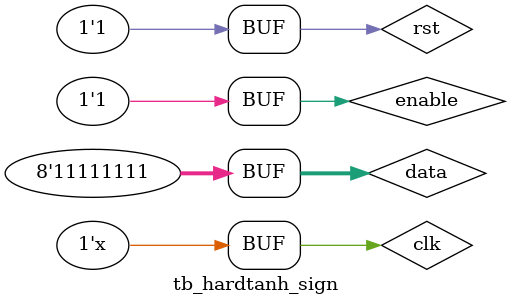
<source format=v>
`timescale 1ns / 1ps


module tb_hardtanh_sign(

    );
reg             clk;
reg             rst;
reg             enable;
reg     signed      [7:0]   data;
wire    signed      [7:0]   dataOut;
wire    rdy;

 
hardtanh_sign test1(
    .iClk(clk),
    .iRst(rst),
    
    //data
    .data(data),
    .dataOut(dataOut),    
    
    //control,
    .enable(enable),
    .rdy(rdy)
    );

    
initial
begin
    clk =  0;
    rst =  0;
    #1  rst =   1;
    #1  rst =   0;
    #1  rst =   1;
    enable  =   1;
#15 data=8'sb00000000;
#15 data=8'sb00000001;
#15 data=8'sb00000010;
#15 data=8'sb00000011;
#15 data=8'sb00000100;
#15 data=8'sb00000101;
#15 data=8'sb00000110;
#15 data=8'sb00000111;
#15 data=8'sb00001000;
#15 data=8'sb00001001;
#15 data=8'sb00001010;
#15 data=8'sb00001011;
#15 data=8'sb00001100;
#15 data=8'sb00001101;
#15 data=8'sb00001110;
#15 data=8'sb00001111;
#15 data=8'sb00010000;
#15 data=8'sb00010001;
#15 data=8'sb00010010;
#15 data=8'sb00010011;
#15 data=8'sb00010100;
#15 data=8'sb00010101;
#15 data=8'sb00010110;
#15 data=8'sb00010111;
#15 data=8'sb00011000;
#15 data=8'sb00011001;
#15 data=8'sb00011010;
#15 data=8'sb00011011;
#15 data=8'sb00011100;
#15 data=8'sb00011101;
#15 data=8'sb00011110;
#15 data=8'sb00011111;
#15 data=8'sb00100000;
#15 data=8'sb00100001;
#15 data=8'sb00100010;
#15 data=8'sb00100011;
#15 data=8'sb00100100;
#15 data=8'sb00100101;
#15 data=8'sb00100110;
#15 data=8'sb00100111;
#15 data=8'sb00101000;
#15 data=8'sb00101001;
#15 data=8'sb00101010;
#15 data=8'sb00101011;
#15 data=8'sb00101100;
#15 data=8'sb00101101;
#15 data=8'sb00101110;
#15 data=8'sb00101111;
#15 data=8'sb00110000;
#15 data=8'sb00110001;
#15 data=8'sb00110010;
#15 data=8'sb00110011;
#15 data=8'sb00110100;
#15 data=8'sb00110101;
#15 data=8'sb00110110;
#15 data=8'sb00110111;
#15 data=8'sb00111000;
#15 data=8'sb00111001;
#15 data=8'sb00111010;
#15 data=8'sb00111011;
#15 data=8'sb00111100;
#15 data=8'sb00111101;
#15 data=8'sb00111110;
#15 data=8'sb00111111;
#15 data=8'sb01000000;
#15 data=8'sb01000001;
#15 data=8'sb01000010;
#15 data=8'sb01000011;
#15 data=8'sb01000100;
#15 data=8'sb01000101;
#15 data=8'sb01000110;
#15 data=8'sb01000111;
#15 data=8'sb01001000;
#15 data=8'sb01001001;
#15 data=8'sb01001010;
#15 data=8'sb01001011;
#15 data=8'sb01001100;
#15 data=8'sb01001101;
#15 data=8'sb01001110;
#15 data=8'sb01001111;
#15 data=8'sb01010000;
#15 data=8'sb01010001;
#15 data=8'sb01010010;
#15 data=8'sb01010011;
#15 data=8'sb01010100;
#15 data=8'sb01010101;
#15 data=8'sb01010110;
#15 data=8'sb01010111;
#15 data=8'sb01011000;
#15 data=8'sb01011001;
#15 data=8'sb01011010;
#15 data=8'sb01011011;
#15 data=8'sb01011100;
#15 data=8'sb01011101;
#15 data=8'sb01011110;
#15 data=8'sb01011111;
#15 data=8'sb01100000;
#15 data=8'sb01100001;
#15 data=8'sb01100010;
#15 data=8'sb01100011;
#15 data=8'sb01100100;
#15 data=8'sb01100101;
#15 data=8'sb01100110;
#15 data=8'sb01100111;
#15 data=8'sb01101000;
#15 data=8'sb01101001;
#15 data=8'sb01101010;
#15 data=8'sb01101011;
#15 data=8'sb01101100;
#15 data=8'sb01101101;
#15 data=8'sb01101110;
#15 data=8'sb01101111;
#15 data=8'sb01110000;
#15 data=8'sb01110001;
#15 data=8'sb01110010;
#15 data=8'sb01110011;
#15 data=8'sb01110100;
#15 data=8'sb01110101;
#15 data=8'sb01110110;
#15 data=8'sb01110111;
#15 data=8'sb01111000;
#15 data=8'sb01111001;
#15 data=8'sb01111010;
#15 data=8'sb01111011;
#15 data=8'sb01111100;
#15 data=8'sb01111101;
#15 data=8'sb01111110;
#15 data=8'sb01111111;
#15 data=8'sb10000000;
#15 data=8'sb10000001;
#15 data=8'sb10000010;
#15 data=8'sb10000011;
#15 data=8'sb10000100;
#15 data=8'sb10000101;
#15 data=8'sb10000110;
#15 data=8'sb10000111;
#15 data=8'sb10001000;
#15 data=8'sb10001001;
#15 data=8'sb10001010;
#15 data=8'sb10001011;
#15 data=8'sb10001100;
#15 data=8'sb10001101;
#15 data=8'sb10001110;
#15 data=8'sb10001111;
#15 data=8'sb10010000;
#15 data=8'sb10010001;
#15 data=8'sb10010010;
#15 data=8'sb10010011;
#15 data=8'sb10010100;
#15 data=8'sb10010101;
#15 data=8'sb10010110;
#15 data=8'sb10010111;
#15 data=8'sb10011000;
#15 data=8'sb10011001;
#15 data=8'sb10011010;
#15 data=8'sb10011011;
#15 data=8'sb10011100;
#15 data=8'sb10011101;
#15 data=8'sb10011110;
#15 data=8'sb10011111;
#15 data=8'sb10100000;
#15 data=8'sb10100001;
#15 data=8'sb10100010;
#15 data=8'sb10100011;
#15 data=8'sb10100100;
#15 data=8'sb10100101;
#15 data=8'sb10100110;
#15 data=8'sb10100111;
#15 data=8'sb10101000;
#15 data=8'sb10101001;
#15 data=8'sb10101010;
#15 data=8'sb10101011;
#15 data=8'sb10101100;
#15 data=8'sb10101101;
#15 data=8'sb10101110;
#15 data=8'sb10101111;
#15 data=8'sb10110000;
#15 data=8'sb10110001;
#15 data=8'sb10110010;
#15 data=8'sb10110011;
#15 data=8'sb10110100;
#15 data=8'sb10110101;
#15 data=8'sb10110110;
#15 data=8'sb10110111;
#15 data=8'sb10111000;
#15 data=8'sb10111001;
#15 data=8'sb10111010;
#15 data=8'sb10111011;
#15 data=8'sb10111100;
#15 data=8'sb10111101;
#15 data=8'sb10111110;
#15 data=8'sb10111111;
#15 data=8'sb11000000;
#15 data=8'sb11000001;
#15 data=8'sb11000010;
#15 data=8'sb11000011;
#15 data=8'sb11000100;
#15 data=8'sb11000101;
#15 data=8'sb11000110;
#15 data=8'sb11000111;
#15 data=8'sb11001000;
#15 data=8'sb11001001;
#15 data=8'sb11001010;
#15 data=8'sb11001011;
#15 data=8'sb11001100;
#15 data=8'sb11001101;
#15 data=8'sb11001110;
#15 data=8'sb11001111;
#15 data=8'sb11010000;
#15 data=8'sb11010001;
#15 data=8'sb11010010;
#15 data=8'sb11010011;
#15 data=8'sb11010100;
#15 data=8'sb11010101;
#15 data=8'sb11010110;
#15 data=8'sb11010111;
#15 data=8'sb11011000;
#15 data=8'sb11011001;
#15 data=8'sb11011010;
#15 data=8'sb11011011;
#15 data=8'sb11011100;
#15 data=8'sb11011101;
#15 data=8'sb11011110;
#15 data=8'sb11011111;
#15 data=8'sb11100000;
#15 data=8'sb11100001;
#15 data=8'sb11100010;
#15 data=8'sb11100011;
#15 data=8'sb11100100;
#15 data=8'sb11100101;
#15 data=8'sb11100110;
#15 data=8'sb11100111;
#15 data=8'sb11101000;
#15 data=8'sb11101001;
#15 data=8'sb11101010;
#15 data=8'sb11101011;
#15 data=8'sb11101100;
#15 data=8'sb11101101;
#15 data=8'sb11101110;
#15 data=8'sb11101111;
#15 data=8'sb11110000;
#15 data=8'sb11110001;
#15 data=8'sb11110010;
#15 data=8'sb11110011;
#15 data=8'sb11110100;
#15 data=8'sb11110101;
#15 data=8'sb11110110;
#15 data=8'sb11110111;
#15 data=8'sb11111000;
#15 data=8'sb11111001;
#15 data=8'sb11111010;
#15 data=8'sb11111011;
#15 data=8'sb11111100;
#15 data=8'sb11111101;
#15 data=8'sb11111110;
#15 data=8'sb11111111;
end

always # 5 clk = ~ clk;
    
endmodule

</source>
